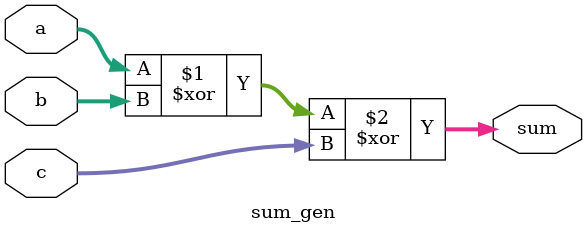
<source format=v>
module cla_adder(
    input [4:0] a, b,
    input cin,
    output [4:0] sum,
    output cout
);

    wire [4:0] g, p;
    wire [5:0] c;

    gen_prop_gen gpg(
        .a(a),
        .b(b),
        .g(g),
        .p(p)
    );

    carry_gen cg(
        .g(g),
        .p(p),
        .cin(cin),
        .c(c)
    );

    sum_gen sg(
        .a(a),
        .b(b),
        .c(c[4:0]),
        .sum(sum)
    );

    assign cout = c[5];

endmodule

module gen_prop_gen(
    input [4:0] a, b,
    output [4:0] g, p
);
    assign g = a & b;
    assign p = a ^ b;
endmodule

module carry_gen(
    input [4:0] g, p,
    input cin,
    output [5:0] c
);
    wire [4:0] t;
    
    assign t[0] = p[0] & cin;
    assign t[1] = p[1] & (g[0] | t[0]);
    assign t[2] = p[2] & (g[1] | t[1]);
    assign t[3] = p[3] & (g[2] | t[2]);
    assign t[4] = p[4] & (g[3] | t[3]);
    
    assign c[0] = cin;
    assign c[1] = g[0] | t[0];
    assign c[2] = g[1] | t[1];
    assign c[3] = g[2] | t[2];
    assign c[4] = g[3] | t[3];
    assign c[5] = g[4] | t[4];
endmodule

module sum_gen(
    input [4:0] a, b, c,
    output [4:0] sum
);
    assign sum = a ^ b ^ c;
endmodule
</source>
